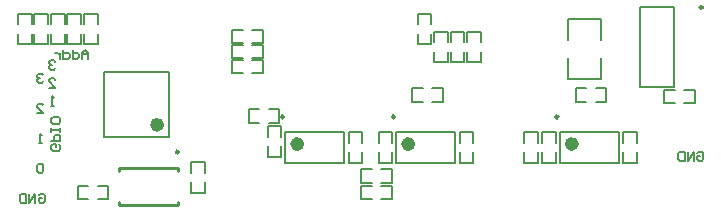
<source format=gbo>
%FSLAX25Y25*%
%MOIN*%
G70*
G01*
G75*
G04 Layer_Color=32896*
%ADD10R,0.27559X0.07874*%
%ADD11R,0.07874X0.03937*%
%ADD12R,0.12500X0.07000*%
%ADD13R,0.21654X0.24803*%
%ADD14R,0.03740X0.06299*%
%ADD15R,0.03937X0.07874*%
%ADD16R,0.02559X0.04134*%
%ADD17R,0.03201X0.02799*%
%ADD18R,0.03200X0.02800*%
%ADD19R,0.02800X0.03200*%
%ADD20C,0.00800*%
%ADD21C,0.01200*%
%ADD22C,0.01000*%
%ADD23C,0.03000*%
%ADD24C,0.06299*%
%ADD25R,0.06299X0.06299*%
%ADD26C,0.02362*%
%ADD27O,0.02362X0.07087*%
%ADD28O,0.07087X0.01181*%
%ADD29O,0.01181X0.07087*%
%ADD30R,0.03937X0.01969*%
%ADD31R,0.08000X0.05000*%
%ADD32R,0.08465X0.03740*%
%ADD33R,0.08465X0.12795*%
%ADD34R,0.07480X0.09449*%
%ADD35C,0.02000*%
%ADD36C,0.05000*%
%ADD37C,0.00984*%
%ADD38C,0.00600*%
%ADD39C,0.00787*%
%ADD40C,0.00500*%
%ADD41C,0.00799*%
%ADD42C,0.02362*%
D20*
X185500Y58000D02*
Y65000D01*
X195500D01*
X196500Y58000D02*
Y65000D01*
X195500D02*
X196500D01*
X185500Y45000D02*
X196500D01*
X185500D02*
Y52000D01*
X196500Y45000D02*
Y52000D01*
D22*
X35658Y2701D02*
X55343D01*
X35658Y15299D02*
X55343D01*
X35658Y2701D02*
Y3882D01*
Y14118D02*
Y15299D01*
X55343Y14118D02*
Y15299D01*
Y2701D02*
Y3882D01*
D37*
X127646Y32236D02*
G03*
X127646Y32236I-492J0D01*
G01*
X55575Y20555D02*
G03*
X55575Y20555I-492J0D01*
G01*
X182146Y32236D02*
G03*
X182146Y32236I-492J0D01*
G01*
X90646D02*
G03*
X90646Y32236I-492J0D01*
G01*
X230256Y68689D02*
G03*
X230256Y68689I-492J0D01*
G01*
D39*
X147843Y16882D02*
Y27118D01*
X128157Y16882D02*
Y27118D01*
Y16882D02*
X147843D01*
X128157Y27118D02*
X147843D01*
X30673Y25673D02*
Y47327D01*
X52327Y25673D02*
Y47327D01*
X30673D02*
X52327D01*
X30673Y25673D02*
X52327D01*
X182658Y27118D02*
X202343D01*
X182658Y16882D02*
X202343D01*
X182658D02*
Y27118D01*
X202343Y16882D02*
Y27118D01*
X91158D02*
X110843D01*
X91158Y16882D02*
X110843D01*
X91158D02*
Y27118D01*
X110843Y16882D02*
Y27118D01*
X209291Y42311D02*
X220709D01*
X209291D02*
Y68689D01*
X220709D01*
Y42311D02*
Y68689D01*
D40*
X7502Y63100D02*
Y66598D01*
X12098D01*
Y63100D02*
Y66598D01*
X7502Y56402D02*
X12098D01*
X7502D02*
Y59900D01*
X12098Y56402D02*
Y59900D01*
X28598Y56402D02*
Y59900D01*
X24002Y56402D02*
Y59900D01*
Y56402D02*
X28598D01*
Y63100D02*
Y66598D01*
X24002D02*
X28598D01*
X24002Y63100D02*
Y66598D01*
X18502Y63100D02*
Y66598D01*
X23098D01*
Y63100D02*
Y66598D01*
X18502Y56402D02*
X23098D01*
X18502D02*
Y59900D01*
X23098Y56402D02*
Y59900D01*
X17598Y56402D02*
Y59900D01*
X13002Y56402D02*
Y59900D01*
Y56402D02*
X17598D01*
Y63100D02*
Y66598D01*
X13002D02*
X17598D01*
X13002Y63100D02*
Y66598D01*
X2002Y63100D02*
Y66598D01*
X6598D01*
Y63100D02*
Y66598D01*
X2002Y56402D02*
X6598D01*
X2002D02*
Y59900D01*
X6598Y56402D02*
Y59900D01*
X181298Y16902D02*
Y20400D01*
X176702Y16902D02*
Y20400D01*
Y16902D02*
X181298D01*
Y23600D02*
Y27098D01*
X176702D02*
X181298D01*
X176702Y23600D02*
Y27098D01*
X122202Y23600D02*
Y27098D01*
X126798D01*
Y23600D02*
Y27098D01*
X122202Y16902D02*
X126798D01*
X122202D02*
Y20400D01*
X126798Y16902D02*
Y20400D01*
X140100Y41798D02*
X143598D01*
X140100Y37202D02*
X143598D01*
Y41798D01*
X133402D02*
X136900D01*
X133402Y37202D02*
Y41798D01*
Y37202D02*
X136900D01*
X85202Y25600D02*
Y29098D01*
X89798D01*
Y25600D02*
Y29098D01*
X85202Y18902D02*
X89798D01*
X85202D02*
Y22400D01*
X89798Y18902D02*
Y22400D01*
X85600Y34798D02*
X89098D01*
X85600Y30202D02*
X89098D01*
Y34798D01*
X78902D02*
X82400D01*
X78902Y30202D02*
Y34798D01*
Y30202D02*
X82400D01*
X208298Y16902D02*
Y20400D01*
X203702Y16902D02*
X208298D01*
X203702D02*
Y20400D01*
Y27098D02*
X208298D01*
Y23600D02*
Y27098D01*
X203702Y23600D02*
Y27098D01*
X112202Y23600D02*
Y27098D01*
X116798Y23600D02*
Y27098D01*
X112202D02*
X116798D01*
X112202Y16902D02*
Y20400D01*
Y16902D02*
X116798D01*
Y20400D01*
X224100Y41298D02*
X227598D01*
Y36702D02*
Y41298D01*
X224100Y36702D02*
X227598D01*
X217402D02*
Y41298D01*
X220900D01*
X217402Y36702D02*
X220900D01*
X150798Y50402D02*
Y53900D01*
X146202Y50402D02*
Y53900D01*
Y50402D02*
X150798D01*
Y57100D02*
Y60598D01*
X146202D02*
X150798D01*
X146202Y57100D02*
Y60598D01*
X135202Y63100D02*
Y66598D01*
X139798D01*
Y63100D02*
Y66598D01*
X135202Y56402D02*
X139798D01*
X135202D02*
Y59900D01*
X139798Y56402D02*
Y59900D01*
X145298Y50402D02*
Y53900D01*
X140702Y50402D02*
Y53900D01*
Y50402D02*
X145298D01*
Y57100D02*
Y60598D01*
X140702D02*
X145298D01*
X140702Y57100D02*
Y60598D01*
X151702Y57100D02*
Y60598D01*
X156298D01*
Y57100D02*
Y60598D01*
X151702Y50402D02*
X156298D01*
X151702D02*
Y53900D01*
X156298Y50402D02*
Y53900D01*
X123100Y9298D02*
X126598D01*
X123100Y4702D02*
X126598D01*
Y9298D01*
X116402D02*
X119900D01*
X116402Y4702D02*
Y9298D01*
Y4702D02*
X119900D01*
X73402Y46702D02*
X76900D01*
X73402D02*
Y51298D01*
X76900D01*
X83598Y46702D02*
Y51298D01*
X80100Y46702D02*
X83598D01*
X80100Y51298D02*
X83598D01*
X80100Y56298D02*
X83598D01*
X80100Y51702D02*
X83598D01*
Y56298D01*
X73402D02*
X76900D01*
X73402Y51702D02*
Y56298D01*
Y51702D02*
X76900D01*
X73402Y56702D02*
X76900D01*
X73402D02*
Y61298D01*
X76900D01*
X83598Y56702D02*
Y61298D01*
X80100Y56702D02*
X83598D01*
X80100Y61298D02*
X83598D01*
X170702Y23600D02*
Y27098D01*
X175298Y23600D02*
Y27098D01*
X170702D02*
X175298D01*
X170702Y16902D02*
Y20400D01*
Y16902D02*
X175298D01*
Y20400D01*
X153798Y16902D02*
Y20400D01*
X149202Y16902D02*
X153798D01*
X149202D02*
Y20400D01*
Y27098D02*
X153798D01*
Y23600D02*
Y27098D01*
X149202Y23600D02*
Y27098D01*
X194600Y41798D02*
X198098D01*
X194600Y37202D02*
X198098D01*
Y41798D01*
X187902D02*
X191400D01*
X187902Y37202D02*
Y41798D01*
Y37202D02*
X191400D01*
X116402Y10202D02*
X119900D01*
X116402D02*
Y14798D01*
X119900D01*
X126598Y10202D02*
Y14798D01*
X123100Y10202D02*
X126598D01*
X123100Y14798D02*
X126598D01*
X64298Y6902D02*
Y10400D01*
X59702Y6902D02*
Y10400D01*
Y6902D02*
X64298D01*
Y13600D02*
Y17098D01*
X59702D02*
X64298D01*
X59702Y13600D02*
Y17098D01*
X21902Y4702D02*
X25400D01*
X21902D02*
Y9298D01*
X25400D01*
X32098Y4702D02*
Y9298D01*
X28600Y4702D02*
X32098D01*
X28600Y9298D02*
X32098D01*
X228401Y20124D02*
X228926Y20649D01*
X229975D01*
X230500Y20124D01*
Y18025D01*
X229975Y17500D01*
X228926D01*
X228401Y18025D01*
Y19074D01*
X229450D01*
X227351Y17500D02*
Y20649D01*
X225252Y17500D01*
Y20649D01*
X224203D02*
Y17500D01*
X222628D01*
X222104Y18025D01*
Y20124D01*
X222628Y20649D01*
X224203D01*
X8901Y6124D02*
X9426Y6649D01*
X10475D01*
X11000Y6124D01*
Y4025D01*
X10475Y3500D01*
X9426D01*
X8901Y4025D01*
Y5074D01*
X9950D01*
X7851Y3500D02*
Y6649D01*
X5752Y3500D01*
Y6649D01*
X4703D02*
Y3500D01*
X3128D01*
X2604Y4025D01*
Y6124D01*
X3128Y6649D01*
X4703D01*
X10500Y16124D02*
X9975Y16649D01*
X8926D01*
X8401Y16124D01*
Y14025D01*
X8926Y13500D01*
X9975D01*
X10500Y14025D01*
Y16124D01*
X9975Y23500D02*
X8926D01*
X9450D01*
Y26649D01*
X9975Y26124D01*
X8401Y33500D02*
X10500D01*
X8401Y35599D01*
Y36124D01*
X8926Y36649D01*
X9975D01*
X10500Y36124D01*
Y46124D02*
X9975Y46649D01*
X8926D01*
X8401Y46124D01*
Y45599D01*
X8926Y45074D01*
X9450D01*
X8926D01*
X8401Y44550D01*
Y44025D01*
X8926Y43500D01*
X9975D01*
X10500Y44025D01*
X15624Y23099D02*
X16149Y22574D01*
Y21525D01*
X15624Y21000D01*
X13525D01*
X13000Y21525D01*
Y22574D01*
X13525Y23099D01*
X14574D01*
Y22050D01*
X13000Y24149D02*
X16149D01*
Y25723D01*
X15624Y26248D01*
X14574D01*
X14050Y25723D01*
Y24149D01*
X16149Y27297D02*
Y28347D01*
Y27822D01*
X13000D01*
Y27297D01*
Y28347D01*
X16149Y31495D02*
Y30446D01*
X15624Y29921D01*
X13525D01*
X13000Y30446D01*
Y31495D01*
X13525Y32020D01*
X15624D01*
X16149Y31495D01*
X14500Y50624D02*
X13975Y51149D01*
X12926D01*
X12401Y50624D01*
Y50099D01*
X12926Y49574D01*
X13451D01*
X12926D01*
X12401Y49049D01*
Y48525D01*
X12926Y48000D01*
X13975D01*
X14500Y48525D01*
X12401Y42000D02*
X14500D01*
X12401Y44099D01*
Y44624D01*
X12926Y45149D01*
X13975D01*
X14500Y44624D01*
X14000Y36000D02*
X12950D01*
X13475D01*
Y39149D01*
X14000Y38624D01*
X25500Y51500D02*
Y53599D01*
X24451Y54649D01*
X23401Y53599D01*
Y51500D01*
Y53074D01*
X25500D01*
X20252Y54649D02*
Y51500D01*
X21827D01*
X22351Y52025D01*
Y53074D01*
X21827Y53599D01*
X20252D01*
X17104Y54649D02*
Y51500D01*
X18678D01*
X19203Y52025D01*
Y53074D01*
X18678Y53599D01*
X17104D01*
X16054D02*
Y51500D01*
Y52549D01*
X15529Y53074D01*
X15005Y53599D01*
X14480D01*
D42*
X133276Y23181D02*
G03*
X133276Y23181I-1181J0D01*
G01*
X49571Y29610D02*
G03*
X49571Y29610I-1181J0D01*
G01*
X187776Y23181D02*
G03*
X187776Y23181I-1181J0D01*
G01*
X96276D02*
G03*
X96276Y23181I-1181J0D01*
G01*
M02*

</source>
